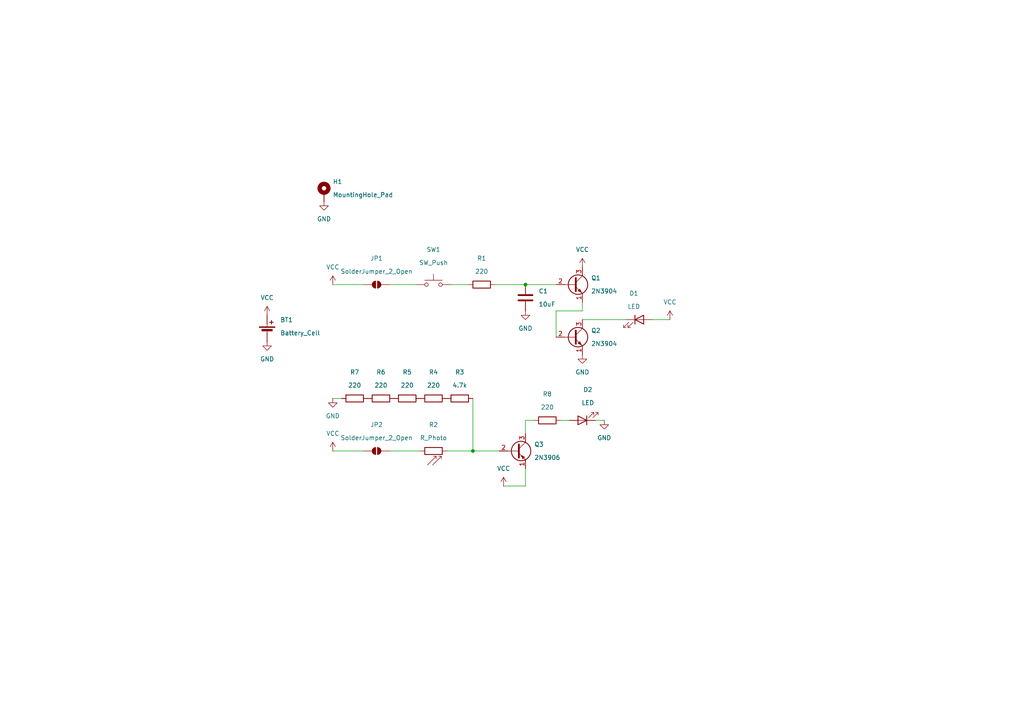
<source format=kicad_sch>
(kicad_sch (version 20250114) (generator "eeschema") (generator_version "9.0")
  (paper "A4")
  (lib_symbols
    (symbol "Device:Battery_Cell" (pin_numbers (hide yes)) (pin_names (offset 0) (hide yes))
      (property "Reference" "BT" (at 2.54 2.54 0))
      (property "Value" "Battery_Cell" (at 2.54 0 0))
      (symbol "Battery_Cell_0_1"
        (rectangle (start -2.286 1.778) (end 2.286 1.524) (fill (type outline)))
        (rectangle (start -1.524 1.016) (end 1.524 0.508) (fill (type outline)))
        (polyline (pts (xy 0 1.778) (xy 0 2.54)))
        (polyline (pts (xy 0 0.762) (xy 0 0)))
        (polyline (pts (xy 0.762 3.048) (xy 1.778 3.048)) (stroke (width 0.254)))
        (polyline (pts (xy 1.27 3.556) (xy 1.27 2.54)) (stroke (width 0.254)))
      )
      (symbol "Battery_Cell_1_1"
        (pin passive line (at 0 5.08 270) (length 2.54) (name "+") (number "1"))
        (pin passive line (at 0 -2.54 90) (length 2.54) (name "-") (number "2"))
      )
    )
    (symbol "Device:C" (pin_numbers (hide yes)) (pin_names (offset 0.254))
      (property "Reference" "C" (at 0.635 2.54 0))
      (property "Value" "C" (at 0.635 -2.54 0))
      (symbol "C_0_1"
        (polyline (pts (xy -2.032 0.762) (xy 2.032 0.762)) (stroke (width 0.508)))
        (polyline (pts (xy -2.032 -0.762) (xy 2.032 -0.762)) (stroke (width 0.508)))
      )
      (symbol "C_1_1"
        (pin passive line (at 0 3.81 270) (length 2.794) (name "~") (number "1"))
        (pin passive line (at 0 -3.81 90) (length 2.794) (name "~") (number "2"))
      )
    )
    (symbol "Device:LED" (pin_numbers (hide yes)) (pin_names (offset 1.016) (hide yes))
      (property "Reference" "D" (at 0 2.54 0))
      (property "Value" "LED" (at 0 -2.54 0))
      (symbol "LED_0_1"
        (polyline (pts (xy -3.048 -0.762) (xy -4.572 -2.286) (xy -3.81 -2.286) (xy -4.572 -2.286) (xy -4.572 -1.524)))
        (polyline (pts (xy -1.778 -0.762) (xy -3.302 -2.286) (xy -2.54 -2.286) (xy -3.302 -2.286) (xy -3.302 -1.524)))
        (polyline (pts (xy -1.27 0) (xy 1.27 0)))
        (polyline (pts (xy -1.27 -1.27) (xy -1.27 1.27)) (stroke (width 0.254)))
        (polyline (pts (xy 1.27 -1.27) (xy 1.27 1.27) (xy -1.27 0) (xy 1.27 -1.27)) (stroke (width 0.254)))
      )
      (symbol "LED_1_1"
        (pin passive line (at -3.81 0 0) (length 2.54) (name "K") (number "1"))
        (pin passive line (at 3.81 0 180) (length 2.54) (name "A") (number "2"))
      )
    )
    (symbol "Device:R" (pin_numbers (hide yes)) (pin_names (offset 0))
      (property "Reference" "R" (at 2.032 0 90))
      (property "Value" "R" (at 0 0 90))
      (symbol "R_0_1"
        (rectangle (start -1.016 -2.54) (end 1.016 2.54) (stroke (width 0.254)))
      )
      (symbol "R_1_1"
        (pin passive line (at 0 3.81 270) (length 1.27) (name "~") (number "1"))
        (pin passive line (at 0 -3.81 90) (length 1.27) (name "~") (number "2"))
      )
    )
    (symbol "Device:R_Photo" (pin_numbers (hide yes)) (pin_names (offset 0))
      (property "Reference" "R" (at 1.27 1.27 0))
      (property "Value" "R_Photo" (at 1.27 0 0))
      (symbol "R_Photo_0_1"
        (polyline (pts (xy -1.524 -0.762) (xy -4.064 1.778)))
        (polyline (pts (xy -1.524 -0.762) (xy -2.286 -0.762)))
        (polyline (pts (xy -1.524 -0.762) (xy -1.524 0)))
        (polyline (pts (xy -1.524 -2.286) (xy -4.064 0.254)))
        (polyline (pts (xy -1.524 -2.286) (xy -2.286 -2.286)))
        (polyline (pts (xy -1.524 -2.286) (xy -1.524 -1.524)))
        (rectangle (start -1.016 2.54) (end 1.016 -2.54) (stroke (width 0.254)))
      )
      (symbol "R_Photo_1_1"
        (pin passive line (at 0 3.81 270) (length 1.27) (name "~") (number "1"))
        (pin passive line (at 0 -3.81 90) (length 1.27) (name "~") (number "2"))
      )
    )
    (symbol "Jumper:SolderJumper_2_Open" (pin_numbers (hide yes)) (pin_names (offset 0) (hide yes)) (in_bom no)
      (property "Reference" "JP" (at 0 2.032 0))
      (property "Value" "SolderJumper_2_Open" (at 0 -2.54 0))
      (symbol "SolderJumper_2_Open_0_1"
        (polyline (pts (xy -0.254 1.016) (xy -0.254 -1.016)))
        (arc (start -0.254 -1.016) (mid -1.2656 0) (end -0.254 1.016))
        (arc (start -0.254 -1.016) (mid -1.2656 0) (end -0.254 1.016) (fill (type outline)))
        (arc (start 0.254 1.016) (mid 1.2656 0) (end 0.254 -1.016))
        (arc (start 0.254 1.016) (mid 1.2656 0) (end 0.254 -1.016) (fill (type outline)))
        (polyline (pts (xy 0.254 1.016) (xy 0.254 -1.016)))
      )
      (symbol "SolderJumper_2_Open_1_1"
        (pin passive line (at -3.81 0 0) (length 2.54) (name "A") (number "1"))
        (pin passive line (at 3.81 0 180) (length 2.54) (name "B") (number "2"))
      )
    )
    (symbol "Mechanical:MountingHole_Pad" (pin_numbers (hide yes)) (pin_names (offset 1.016) (hide yes)) (in_bom no)
      (property "Reference" "H" (at 0 6.35 0))
      (property "Value" "MountingHole_Pad" (at 0 4.445 0))
      (symbol "MountingHole_Pad_0_1"
        (circle (center 0 1.27) (radius 1.27) (stroke (width 1.27)))
      )
      (symbol "MountingHole_Pad_1_1"
        (pin input line (at 0 -2.54 90) (length 2.54) (name "1") (number "1"))
      )
    )
    (symbol "Switch:SW_Push" (pin_numbers (hide yes)) (pin_names (offset 1.016) (hide yes))
      (property "Reference" "SW" (at 1.27 2.54 0))
      (property "Value" "SW_Push" (at 0 -1.524 0))
      (symbol "SW_Push_0_1"
        (circle (center -2.032 0) (radius 0.508))
        (polyline (pts (xy 0 1.27) (xy 0 3.048)))
        (circle (center 2.032 0) (radius 0.508))
        (polyline (pts (xy 2.54 1.27) (xy -2.54 1.27)))
        (pin passive line (at -5.08 0 0) (length 2.54) (name "1") (number "1"))
        (pin passive line (at 5.08 0 180) (length 2.54) (name "2") (number "2"))
      )
    )
    (symbol "Transistor_BJT:2N3904" (pin_names (offset 0) (hide yes))
      (property "Reference" "Q" (at 5.08 1.905 0))
      (property "Value" "2N3904" (at 5.08 0 0))
      (symbol "2N3904_0_1"
        (polyline (pts (xy -2.54 0) (xy 0.635 0)))
        (polyline (pts (xy 0.635 1.905) (xy 0.635 -1.905)) (stroke (width 0.508)))
        (circle (center 1.27 0) (radius 2.8194) (stroke (width 0.254)))
      )
      (symbol "2N3904_1_1"
        (polyline (pts (xy 0.635 0.635) (xy 2.54 2.54)))
        (polyline (pts (xy 0.635 -0.635) (xy 2.54 -2.54)))
        (polyline (pts (xy 1.27 -1.778) (xy 1.778 -1.27) (xy 2.286 -2.286) (xy 1.27 -1.778)) (fill (type outline)))
        (pin input line (at -5.08 0 0) (length 2.54) (name "B") (number "2"))
        (pin passive line (at 2.54 5.08 270) (length 2.54) (name "C") (number "3"))
        (pin passive line (at 2.54 -5.08 90) (length 2.54) (name "E") (number "1"))
      )
    )
    (symbol "Transistor_BJT:2N3906" (pin_names (offset 0) (hide yes))
      (property "Reference" "Q" (at 5.08 1.905 0))
      (property "Value" "2N3906" (at 5.08 0 0))
      (symbol "2N3906_0_1"
        (polyline (pts (xy -2.54 0) (xy 0.635 0)))
        (polyline (pts (xy 0.635 1.905) (xy 0.635 -1.905)) (stroke (width 0.508)))
        (polyline (pts (xy 0.635 0.635) (xy 2.54 2.54)))
        (polyline (pts (xy 0.635 -0.635) (xy 2.54 -2.54)))
        (circle (center 1.27 0) (radius 2.8194) (stroke (width 0.254)))
        (polyline (pts (xy 2.286 -1.778) (xy 1.778 -2.286) (xy 1.27 -1.27) (xy 2.286 -1.778)) (fill (type outline)))
      )
      (symbol "2N3906_1_1"
        (pin input line (at -5.08 0 0) (length 2.54) (name "B") (number "2"))
        (pin passive line (at 2.54 5.08 270) (length 2.54) (name "C") (number "3"))
        (pin passive line (at 2.54 -5.08 90) (length 2.54) (name "E") (number "1"))
      )
    )
    (symbol "power:GND" (power) (pin_numbers (hide yes)) (pin_names (offset 0) (hide yes))
      (property "Value" "GND" (at 0 -3.81 0))
      (symbol "GND_0_1"
        (polyline (pts (xy 0 0) (xy 0 -1.27) (xy 1.27 -1.27) (xy 0 -2.54) (xy -1.27 -1.27) (xy 0 -1.27)))
      )
      (symbol "GND_1_1"
        (pin power_in line (at 0 0 270) (length 0) (name "~") (number "1"))
      )
    )
    (symbol "power:VCC" (power) (pin_numbers (hide yes)) (pin_names (offset 0) (hide yes))
      (property "Value" "VCC" (at 0 3.556 0))
      (symbol "VCC_0_1"
        (polyline (pts (xy -0.762 1.27) (xy 0 2.54)))
        (polyline (pts (xy 0 2.54) (xy 0.762 1.27)))
        (polyline (pts (xy 0 0) (xy 0 2.54)))
      )
      (symbol "VCC_1_1"
        (pin power_in line (at 0 0 90) (length 0) (name "~") (number "1"))
      )
    )
  )
  (junction (at 152.4 82.55))
  (junction (at 137.16 130.81))
  (wire (pts (xy 168.91 92.71) (xy 181.61 92.71)))
  (wire (pts (xy 172.72 121.92) (xy 175.26 121.92)))
  (wire (pts (xy 152.4 82.55) (xy 161.29 82.55)))
  (wire (pts (xy 129.54 130.81) (xy 137.16 130.81)))
  (wire (pts (xy 146.05 140.97) (xy 152.4 140.97)))
  (wire (pts (xy 168.91 90.17) (xy 168.91 87.63)))
  (wire (pts (xy 130.81 82.55) (xy 135.89 82.55)))
  (wire (pts (xy 152.4 125.73) (xy 152.4 121.92)))
  (wire (pts (xy 99.06 115.57) (xy 96.52 115.57)))
  (wire (pts (xy 113.03 82.55) (xy 120.65 82.55)))
  (wire (pts (xy 161.29 90.17) (xy 161.29 97.79)))
  (wire (pts (xy 96.52 130.81) (xy 105.41 130.81)))
  (wire (pts (xy 96.52 82.55) (xy 105.41 82.55)))
  (wire (pts (xy 137.16 115.57) (xy 137.16 130.81)))
  (wire (pts (xy 152.4 140.97) (xy 152.4 135.89)))
  (wire (pts (xy 189.23 92.71) (xy 194.31 92.71)))
  (wire (pts (xy 168.91 90.17) (xy 161.29 90.17)))
  (wire (pts (xy 113.03 130.81) (xy 121.92 130.81)))
  (wire (pts (xy 143.51 82.55) (xy 152.4 82.55)))
  (wire (pts (xy 162.56 121.92) (xy 165.1 121.92)))
  (wire (pts (xy 152.4 121.92) (xy 154.94 121.92)))
  (wire (pts (xy 137.16 130.81) (xy 144.78 130.81)))
  (symbol (lib_id "power:VCC") (at 77.47 91.44 0) (unit 1)
    (property "Reference" "#PWR03" (effects (hide yes)))
    (property "Value" "VCC" (at 77.47 86.36 0))
    (property "Description" "Power symbol creates a global label with name \"VCC\"" (effects (hide yes)))
  )
  (symbol (lib_id "Device:R_Photo") (at 125.73 130.81 90) (unit 1)
    (property "Reference" "R2" (at 125.73 123.19 90))
    (property "Value" "R_Photo" (at 125.73 127 90))
    (property "Footprint" "OptoDevice:R_LDR_5.1x4.3mm_P3.4mm_Vertical" (effects (hide yes)))
    (property "Description" "Photoresistor" (effects (hide yes)))
  )
  (symbol (lib_id "power:GND") (at 77.47 99.06 0) (unit 1)
    (property "Reference" "#PWR04" (effects (hide yes)))
    (property "Value" "GND" (at 77.47 104.14 0))
    (property "Description" "Power symbol creates a global label with name \"GND\" , ground" (effects (hide yes)))
  )
  (symbol (lib_id "Device:R") (at 158.75 121.92 90) (unit 1)
    (property "Reference" "R8" (at 158.75 114.3 90))
    (property "Value" "220" (at 158.75 118.11 90))
    (property "Footprint" "Resistor_THT:R_Axial_DIN0207_L6.3mm_D2.5mm_P7.62mm_Horizontal" (effects (hide yes)))
    (property "Description" "Resistor" (effects (hide yes)))
  )
  (symbol (lib_id "power:GND") (at 175.26 121.92 0) (unit 1)
    (property "Reference" "#PWR011" (effects (hide yes)))
    (property "Value" "GND" (at 175.26 127 0))
    (property "Description" "Power symbol creates a global label with name \"GND\" , ground" (effects (hide yes)))
  )
  (symbol (lib_id "power:VCC") (at 194.31 92.71 0) (unit 1)
    (property "Reference" "#PWR07" (effects (hide yes)))
    (property "Value" "VCC" (at 194.31 87.63 0))
    (property "Description" "Power symbol creates a global label with name \"VCC\"" (effects (hide yes)))
  )
  (symbol (lib_id "Transistor_BJT:2N3904") (at 166.37 97.79 0) (unit 1)
    (property "Reference" "Q2" (at 171.45 95.8849 0) (effects (justify left)))
    (property "Value" "2N3904" (at 171.45 99.6949 0) (effects (justify left)))
    (property "Footprint" "Package_TO_SOT_THT:TO-92_Inline" (effects (hide yes)))
    (property "Datasheet" "https://www.onsemi.com/pub/Collateral/2N3903-D.PDF" (effects (hide yes)))
    (property "Description" "0.2A Ic, 40V Vce, Small Signal NPN Transistor, TO-92" (effects (hide yes)))
  )
  (symbol (lib_id "Jumper:SolderJumper_2_Open") (at 109.22 82.55 0) (unit 1) (in_bom no)
    (property "Reference" "JP1" (at 109.22 74.93 0))
    (property "Value" "SolderJumper_2_Open" (at 109.22 78.74 0))
    (property "Footprint" "Jumper:SolderJumper-2_P1.3mm_Open_TrianglePad1.0x1.5mm" (effects (hide yes)))
    (property "Description" "Solder Jumper, 2-pole, open" (effects (hide yes)))
  )
  (symbol (lib_id "Jumper:SolderJumper_2_Open") (at 109.22 130.81 0) (unit 1) (in_bom no)
    (property "Reference" "JP2" (at 109.22 123.19 0))
    (property "Value" "SolderJumper_2_Open" (at 109.22 127 0))
    (property "Footprint" "Jumper:SolderJumper-2_P1.3mm_Open_TrianglePad1.0x1.5mm" (effects (hide yes)))
    (property "Description" "Solder Jumper, 2-pole, open" (effects (hide yes)))
  )
  (symbol (lib_id "power:GND") (at 168.91 102.87 0) (unit 1)
    (property "Reference" "#PWR06" (effects (hide yes)))
    (property "Value" "GND" (at 168.91 107.95 0))
    (property "Description" "Power symbol creates a global label with name \"GND\" , ground" (effects (hide yes)))
  )
  (symbol (lib_id "power:GND") (at 152.4 90.17 0) (unit 1)
    (property "Reference" "#PWR01" (effects (hide yes)))
    (property "Value" "GND" (at 152.4 95.25 0))
    (property "Description" "Power symbol creates a global label with name \"GND\" , ground" (effects (hide yes)))
  )
  (symbol (lib_id "power:VCC") (at 96.52 82.55 0) (unit 1)
    (property "Reference" "#PWR02" (effects (hide yes)))
    (property "Value" "VCC" (at 96.52 77.47 0))
    (property "Description" "Power symbol creates a global label with name \"VCC\"" (effects (hide yes)))
  )
  (symbol (lib_id "power:GND") (at 96.52 115.57 0) (unit 1)
    (property "Reference" "#PWR09" (effects (hide yes)))
    (property "Value" "GND" (at 96.52 120.65 0))
    (property "Description" "Power symbol creates a global label with name \"GND\" , ground" (effects (hide yes)))
  )
  (symbol (lib_id "Device:C") (at 152.4 86.36 180) (unit 1)
    (property "Reference" "C1" (at 156.21 84.4549 0) (effects (justify right)))
    (property "Value" "10uF" (at 156.21 88.2649 0) (effects (justify right)))
    (property "Footprint" "Capacitor_THT:C_Disc_D7.5mm_W2.5mm_P5.00mm" (effects (hide yes)))
    (property "Description" "Unpolarized capacitor" (effects (hide yes)))
  )
  (symbol (lib_id "Transistor_BJT:2N3904") (at 166.37 82.55 0) (unit 1)
    (property "Reference" "Q1" (at 171.45 80.6449 0) (effects (justify left)))
    (property "Value" "2N3904" (at 171.45 84.4549 0) (effects (justify left)))
    (property "Footprint" "Package_TO_SOT_THT:TO-92_Inline" (effects (hide yes)))
    (property "Datasheet" "https://www.onsemi.com/pub/Collateral/2N3903-D.PDF" (effects (hide yes)))
    (property "Description" "0.2A Ic, 40V Vce, Small Signal NPN Transistor, TO-92" (effects (hide yes)))
  )
  (symbol (lib_id "Transistor_BJT:2N3906") (at 149.86 130.81 0) (unit 1)
    (property "Reference" "Q3" (at 154.94 128.9049 0) (effects (justify left)))
    (property "Value" "2N3906" (at 154.94 132.7149 0) (effects (justify left)))
    (property "Footprint" "Package_TO_SOT_THT:TO-92_Inline" (effects (hide yes)))
    (property "Datasheet" "https://www.onsemi.com/pub/Collateral/2N3906-D.PDF" (effects (hide yes)))
    (property "Description" "-0.2A Ic, -40V Vce, Small Signal PNP Transistor, TO-92" (effects (hide yes)))
  )
  (symbol (lib_id "power:GND") (at 93.98 58.42 0) (unit 1)
    (property "Reference" "#PWR014" (effects (hide yes)))
    (property "Value" "GND" (at 93.98 63.5 0))
    (property "Description" "Power symbol creates a global label with name \"GND\" , ground" (effects (hide yes)))
  )
  (symbol (lib_id "Device:R") (at 139.7 82.55 90) (unit 1)
    (property "Reference" "R1" (at 139.7 74.93 90))
    (property "Value" "220" (at 139.7 78.74 90))
    (property "Footprint" "Resistor_THT:R_Axial_DIN0207_L6.3mm_D2.5mm_P7.62mm_Horizontal" (effects (hide yes)))
    (property "Description" "Resistor" (effects (hide yes)))
  )
  (symbol (lib_id "power:VCC") (at 96.52 130.81 0) (unit 1)
    (property "Reference" "#PWR08" (effects (hide yes)))
    (property "Value" "VCC" (at 96.52 125.73 0))
    (property "Description" "Power symbol creates a global label with name \"VCC\"" (effects (hide yes)))
  )
  (symbol (lib_id "Device:Battery_Cell") (at 77.47 96.52 0) (unit 1)
    (property "Reference" "BT1" (at 81.28 92.7734 0) (effects (justify left)))
    (property "Value" "Battery_Cell" (at 81.28 96.5834 0) (effects (justify left)))
    (property "Footprint" "Battery:BatteryHolder_Keystone_3034_1x20mm" (effects (hide yes)))
    (property "Description" "Single-cell battery" (effects (hide yes)))
  )
  (symbol (lib_id "Device:LED") (at 185.42 92.71 0) (unit 1)
    (property "Reference" "D1" (at 183.8325 85.09 0))
    (property "Value" "LED" (at 183.8325 88.9 0))
    (property "Footprint" "LED_THT:LED_D5.0mm" (effects (hide yes)))
    (property "Description" "Light emitting diode" (effects (hide yes)))
    (property "Sim.Pins" "1=K 2=A" (effects (hide yes)))
  )
  (symbol (lib_id "Device:R") (at 110.49 115.57 90) (unit 1)
    (property "Reference" "R6" (at 110.49 107.95 90))
    (property "Value" "220" (at 110.49 111.76 90))
    (property "Footprint" "Resistor_THT:R_Axial_DIN0207_L6.3mm_D2.5mm_P7.62mm_Horizontal" (effects (hide yes)))
    (property "Description" "Resistor" (effects (hide yes)))
  )
  (symbol (lib_id "Device:R") (at 133.35 115.57 90) (unit 1)
    (property "Reference" "R3" (at 133.35 107.95 90))
    (property "Value" "4.7k" (at 133.35 111.76 90))
    (property "Footprint" "Resistor_THT:R_Axial_DIN0207_L6.3mm_D2.5mm_P7.62mm_Horizontal" (effects (hide yes)))
    (property "Description" "Resistor" (effects (hide yes)))
  )
  (symbol (lib_id "Mechanical:MountingHole_Pad") (at 93.98 55.88 0) (unit 1) (in_bom no)
    (property "Reference" "H1" (at 96.52 52.7049 0) (effects (justify left)))
    (property "Value" "MountingHole_Pad" (at 96.52 56.5149 0) (effects (justify left)))
    (property "Footprint" "MountingHole:MountingHole_3.2mm_M3_Pad" (effects (hide yes)))
    (property "Description" "Mounting Hole with connection" (effects (hide yes)))
  )
  (symbol (lib_id "Device:R") (at 118.11 115.57 90) (unit 1)
    (property "Reference" "R5" (at 118.11 107.95 90))
    (property "Value" "220" (at 118.11 111.76 90))
    (property "Footprint" "Resistor_THT:R_Axial_DIN0207_L6.3mm_D2.5mm_P7.62mm_Horizontal" (effects (hide yes)))
    (property "Description" "Resistor" (effects (hide yes)))
  )
  (symbol (lib_id "Device:LED") (at 168.91 121.92 180) (unit 1)
    (property "Reference" "D2" (at 170.4975 113.03 0))
    (property "Value" "LED" (at 170.4975 116.84 0))
    (property "Footprint" "LED_THT:LED_D5.0mm" (effects (hide yes)))
    (property "Description" "Light emitting diode" (effects (hide yes)))
    (property "Sim.Pins" "1=K 2=A" (effects (hide yes)))
  )
  (symbol (lib_id "Switch:SW_Push") (at 125.73 82.55 0) (unit 1)
    (property "Reference" "SW1" (at 125.73 72.39 0))
    (property "Value" "SW_Push" (at 125.73 76.2 0))
    (property "Footprint" "Button_Switch_THT:SW_PUSH_6mm" (effects (hide yes)))
    (property "Description" "Push button switch, generic, two pins" (effects (hide yes)))
  )
  (symbol (lib_id "power:VCC") (at 168.91 77.47 0) (unit 1)
    (property "Reference" "#PWR05" (effects (hide yes)))
    (property "Value" "VCC" (at 168.91 72.39 0))
    (property "Description" "Power symbol creates a global label with name \"VCC\"" (effects (hide yes)))
  )
  (symbol (lib_id "Device:R") (at 102.87 115.57 90) (unit 1)
    (property "Reference" "R7" (at 102.87 107.95 90))
    (property "Value" "220" (at 102.87 111.76 90))
    (property "Footprint" "Resistor_THT:R_Axial_DIN0207_L6.3mm_D2.5mm_P7.62mm_Horizontal" (effects (hide yes)))
    (property "Description" "Resistor" (effects (hide yes)))
  )
  (symbol (lib_id "power:VCC") (at 146.05 140.97 0) (unit 1)
    (property "Reference" "#PWR010" (effects (hide yes)))
    (property "Value" "VCC" (at 146.05 135.89 0))
    (property "Description" "Power symbol creates a global label with name \"VCC\"" (effects (hide yes)))
  )
  (symbol (lib_id "Device:R") (at 125.73 115.57 90) (unit 1)
    (property "Reference" "R4" (at 125.73 107.95 90))
    (property "Value" "220" (at 125.73 111.76 90))
    (property "Footprint" "Resistor_THT:R_Axial_DIN0207_L6.3mm_D2.5mm_P7.62mm_Horizontal" (effects (hide yes)))
    (property "Description" "Resistor" (effects (hide yes)))
  )
)
</source>
